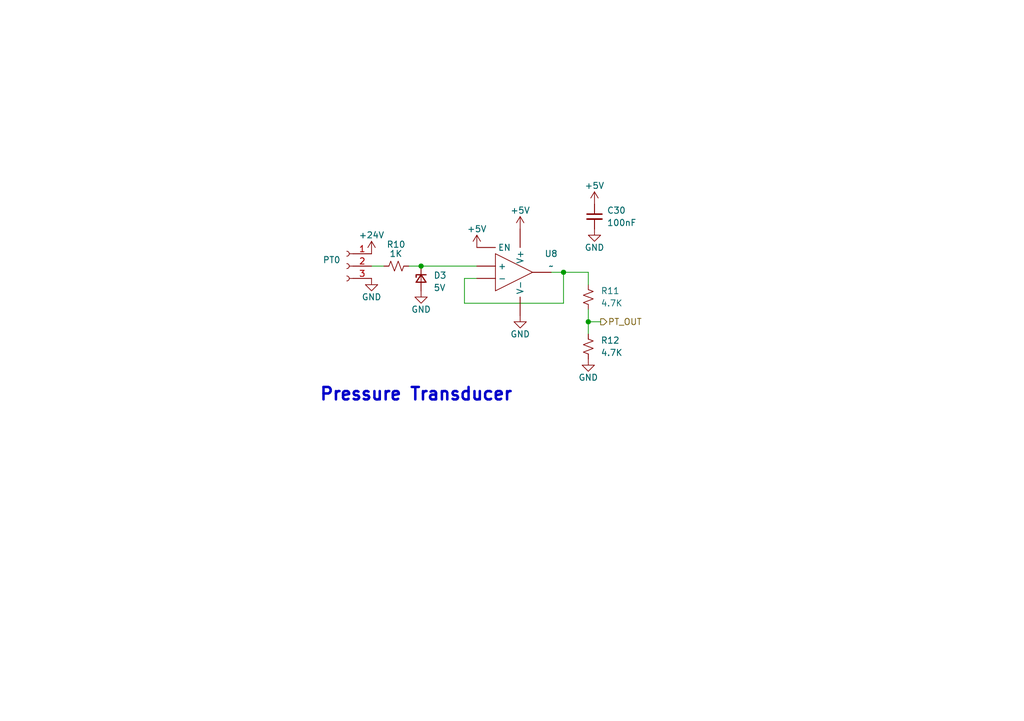
<source format=kicad_sch>
(kicad_sch (version 20230121) (generator eeschema)
  (paper "A5")
  (lib_symbols
    (symbol "UCIRP-KiCAD-Lib:C_Small" (pin_numbers hide) (pin_names (offset 0.254) hide)
      (property "Reference" "C" (at 0.254 1.778 0))
      (property "Value" "C_Small" (at 0.254 -2.032 0))
      (symbol "C_Small_0_1"
        (polyline (pts (xy -1.524 -0.508) (xy 1.524 -0.508)) (stroke (width 0.3302)))
        (polyline (pts (xy -1.524 0.508) (xy 1.524 0.508)) (stroke (width 0.3048)))
      )
      (symbol "C_Small_1_1"
        (pin passive line (at 0 2.54 270) (length 2.032) (name "~") (number "1"))
        (pin passive line (at 0 -2.54 90) (length 2.032) (name "~") (number "2"))
      )
    )
    (symbol "UCIRP-KiCAD-Lib:Conn_01x03_Female" (pin_names (offset 1.016) hide)
      (property "Reference" "J" (at 0 5.08 0))
      (property "Value" "Conn_01x03_Female" (at 0 -5.08 0))
      (symbol "Conn_01x03_Female_1_1"
        (arc (start 0 -2.032) (mid -0.5058 -2.54) (end 0 -3.048) (stroke (width 0.1524)))
        (polyline (pts (xy -1.27 -2.54) (xy -0.508 -2.54)) (stroke (width 0.1524)))
        (polyline (pts (xy -1.27 0) (xy -0.508 0)) (stroke (width 0.1524)))
        (polyline (pts (xy -1.27 2.54) (xy -0.508 2.54)) (stroke (width 0.1524)))
        (arc (start 0 0.508) (mid -0.5058 0) (end 0 -0.508) (stroke (width 0.1524)))
        (arc (start 0 3.048) (mid -0.5058 2.54) (end 0 2.032) (stroke (width 0.1524)))
        (pin passive line (at -5.08 2.54 0) (length 3.81) (name "Pin_1") (number "1"))
        (pin passive line (at -5.08 0 0) (length 3.81) (name "Pin_2") (number "2"))
        (pin passive line (at -5.08 -2.54 0) (length 3.81) (name "Pin_3") (number "3"))
      )
    )
    (symbol "UCIRP-KiCAD-Lib:D_Zener_Small" (pin_numbers hide) (pin_names (offset 0.254) hide)
      (property "Reference" "D" (at 0 2.286 0))
      (property "Value" "D_Zener_Small" (at 0 -2.286 0))
      (symbol "D_Zener_Small_0_1"
        (polyline (pts (xy 0.762 0) (xy -0.762 0)))
        (polyline (pts (xy -0.254 1.016) (xy -0.762 1.016) (xy -0.762 -1.016)) (stroke (width 0.254)))
        (polyline (pts (xy 0.762 1.016) (xy -0.762 0) (xy 0.762 -1.016) (xy 0.762 1.016)) (stroke (width 0.254)))
      )
      (symbol "D_Zener_Small_1_1"
        (pin passive line (at -2.54 0 0) (length 1.778) (name "K") (number "1"))
        (pin passive line (at 2.54 0 180) (length 1.778) (name "A") (number "2"))
      )
    )
    (symbol "UCIRP-KiCAD-Lib:OPA357" (pin_numbers hide)
      (property "Reference" "U" (at 8.89 7.62 0))
      (property "Value" "OPA357" (at 8.89 5.08 0))
      (symbol "OPA357_0_1"
        (polyline (pts (xy -2.54 3.81) (xy -2.54 -3.81) (xy 5.08 0) (xy -2.54 3.81)) (stroke (width 0.1524)))
      )
      (symbol "OPA357_1_1"
        (pin output line (at 8.89 0 180) (length 3.81) (name "") (number "1"))
        (pin power_in line (at 2.54 -8.89 90) (length 3.81) (name "V-") (number "2"))
        (pin input line (at -6.35 1.27 0) (length 3.81) (name "+") (number "3"))
        (pin input line (at -6.35 -1.27 0) (length 3.81) (name "-") (number "4"))
        (pin input line (at -6.35 5.08 0) (length 3.81) (name "EN") (number "5"))
        (pin power_in line (at 2.54 8.89 270) (length 3.81) (name "V+") (number "6"))
      )
    )
    (symbol "UCIRP-KiCAD-Lib:R_Small_US" (pin_numbers hide) (pin_names (offset 0.254) hide)
      (property "Reference" "R" (at 0.762 0.508 0))
      (property "Value" "R_Small_US" (at 0.762 -1.016 0))
      (symbol "R_Small_US_1_1"
        (polyline (pts (xy 0 0) (xy 1.016 -0.381) (xy 0 -0.762) (xy -1.016 -1.143) (xy 0 -1.524)))
        (polyline (pts (xy 0 1.524) (xy 1.016 1.143) (xy 0 0.762) (xy -1.016 0.381) (xy 0 0)))
        (pin passive line (at 0 2.54 270) (length 1.016) (name "~") (number "1"))
        (pin passive line (at 0 -2.54 90) (length 1.016) (name "~") (number "2"))
      )
    )
    (symbol "power:+24V" (power) (pin_names (offset 0))
      (property "Value" "+24V" (at 0 3.556 0))
      (symbol "+24V_0_1"
        (polyline (pts (xy -0.762 1.27) (xy 0 2.54)))
        (polyline (pts (xy 0 0) (xy 0 2.54)))
        (polyline (pts (xy 0 2.54) (xy 0.762 1.27)))
      )
      (symbol "+24V_1_1"
        (pin power_in line (at 0 0 90) (length 0) hide (name "+24V") (number "1"))
      )
    )
    (symbol "power:+5V" (power) (pin_names (offset 0))
      (property "Value" "+5V" (at 0 3.556 0))
      (symbol "+5V_0_1"
        (polyline (pts (xy -0.762 1.27) (xy 0 2.54)))
        (polyline (pts (xy 0 0) (xy 0 2.54)))
        (polyline (pts (xy 0 2.54) (xy 0.762 1.27)))
      )
      (symbol "+5V_1_1"
        (pin power_in line (at 0 0 90) (length 0) hide (name "+5V") (number "1"))
      )
    )
    (symbol "power:GND" (power) (pin_names (offset 0))
      (property "Value" "GND" (at 0 -3.81 0))
      (symbol "GND_0_1"
        (polyline (pts (xy 0 0) (xy 0 -1.27) (xy 1.27 -1.27) (xy 0 -2.54) (xy -1.27 -1.27) (xy 0 -1.27)))
      )
      (symbol "GND_1_1"
        (pin power_in line (at 0 0 270) (length 0) hide (name "GND") (number "1"))
      )
    )
  )
  (junction (at 115.57 55.88))
  (junction (at 120.65 66.04))
  (junction (at 86.36 54.61))
  (wire (pts (xy 97.79 57.15) (xy 95.25 57.15)))
  (wire (pts (xy 76.2 54.61) (xy 78.74 54.61)))
  (wire (pts (xy 95.25 57.15) (xy 95.25 62.23)))
  (wire (pts (xy 83.82 54.61) (xy 86.36 54.61)))
  (wire (pts (xy 120.65 66.04) (xy 120.65 68.58)))
  (wire (pts (xy 120.65 63.5) (xy 120.65 66.04)))
  (wire (pts (xy 120.65 66.04) (xy 123.19 66.04)))
  (wire (pts (xy 95.25 62.23) (xy 115.57 62.23)))
  (wire (pts (xy 120.65 55.88) (xy 120.65 58.42)))
  (wire (pts (xy 115.57 55.88) (xy 120.65 55.88)))
  (wire (pts (xy 115.57 55.88) (xy 113.03 55.88)))
  (wire (pts (xy 86.36 54.61) (xy 97.79 54.61)))
  (wire (pts (xy 115.57 62.23) (xy 115.57 55.88)))
  (text "Pressure Transducer" (at 65.405 82.55 0) (effects (font (size 2.55 2.55) (thickness 0.51) bold) (justify left bottom)))
  (hierarchical_label "PT_OUT" (shape output) (at 123.19 66.04 0))
  (symbol (lib_id "power:GND") (at 76.2 57.15 0) (unit 1)
    (property "Reference" "#PWR098" (effects hide))
    (property "Value" "GND" (at 76.2 60.96 0))
    (instances (project "ECU_2.0_Proto1" (path "" (reference "#PWR098") (unit 1))) (project "ECU" (path "" (reference "#PWR098") (unit 1))) (project "PT_reading" (path "" (reference "#PWR026") (unit 1))) (project "rocket2-gse" (path "" (reference "#PWR049") (unit 1))) (project "ECU_1.0_Final" (path "" (reference "#PWR042") (unit 1))) (project "rocket2-gse-hardware" (path "" (reference "#PWR0130") (unit 1)) (path "" (reference "#PWR0139") (unit 1)) (path "" (reference "#PWR0121") (unit 1)) (path "" (reference "#PWR0112") (unit 1)) (path "" (reference "#PWR082") (unit 1))))
  )
  (symbol (lib_id "UCIRP-KiCAD-Lib:Conn_01x03_Female") (at 71.12 54.61 0) (mirror y) (unit 1)
    (property "Reference" "PT0" (at 69.85 53.34 0) (effects (justify left)))
    (property "Value" "Pressure Transducer 1" (effects hide))
    (property "Footprint" "TerminalBlock:TerminalBlock_bornier-3_P5.08mm" (effects hide))
    (property "Manufacturer" "Generic" (effects hide))
    (property "Part #" "Generic 3x5.08 Screw Terminal" (effects hide))
    (instances (project "ECU_2.0_Proto1" (path "" (reference "PT0") (unit 1))) (project "ECU" (path "" (reference "J16") (unit 1))) (project "PT_reading" (path "" (reference "PT1") (unit 1))) (project "rocket2-gse" (path "" (reference "PT1") (unit 1))) (project "ECU_1.0_Final" (path "" (reference "PT1") (unit 1))) (project "rocket2-gse-hardware" (path "" (reference "PT2") (unit 1)) (path "" (reference "PT3") (unit 1)) (path "" (reference "PT0") (unit 1)) (path "" (reference "PT1") (unit 1)) (path "" (reference "PT4") (unit 1))))
  )
  (symbol (lib_id "UCIRP-KiCAD-Lib:R_Small_US") (at 81.28 54.61 90) (unit 1)
    (property "Reference" "R10" (at 83.185 50.165 90) (effects (justify left)))
    (property "Value" "1K" (at 82.55 52.07 90) (effects (justify left)))
    (property "Footprint" "Resistor_SMD:R_0402_1005Metric" (effects hide))
    (property "Manufacturer" "Generic" (effects hide))
    (property "Part #" "Generic 1K 0402 Resistor" (effects hide))
    (instances (project "ECU_2.0_Proto1" (path "" (reference "R10") (unit 1))) (project "ECU" (path "" (reference "R16") (unit 1))) (project "PT_reading" (path "" (reference "R18") (unit 1))) (project "rocket2-gse" (path "" (reference "R10") (unit 1))) (project "ECU_1.0_Final" (path "" (reference "R10") (unit 1))) (project "rocket2-gse-hardware" (path "" (reference "R44") (unit 1)) (path "" (reference "R47") (unit 1)) (path "" (reference "R38") (unit 1)) (path "" (reference "R41") (unit 1)) (path "" (reference "R50") (unit 1))))
  )
  (symbol (lib_id "power:+24V") (at 76.2 52.07 0) (unit 1)
    (property "Reference" "#PWR097" (effects hide))
    (property "Value" "+24V" (at 76.2 48.26 0))
    (instances (project "ECU_2.0_Proto1" (path "" (reference "#PWR097") (unit 1))) (project "ECU" (path "" (reference "#PWR097") (unit 1))) (project "PT_reading" (path "" (reference "#PWR025") (unit 1))) (project "rocket2-gse" (path "" (reference "#PWR048") (unit 1))) (project "ECU_1.0_Final" (path "" (reference "#PWR041") (unit 1))) (project "rocket2-gse-hardware" (path "" (reference "#PWR0129") (unit 1)) (path "" (reference "#PWR0138") (unit 1)) (path "" (reference "#PWR0120") (unit 1)) (path "" (reference "#PWR0111") (unit 1)) (path "" (reference "#PWR081") (unit 1))))
  )
  (symbol (lib_id "UCIRP-KiCAD-Lib:R_Small_US") (at 120.65 60.96 0) (unit 1)
    (property "Reference" "R11" (at 123.19 59.69 0) (effects (justify left)))
    (property "Value" "4.7K" (at 123.19 62.23 0) (effects (justify left)))
    (property "Footprint" "Resistor_SMD:R_0402_1005Metric" (effects hide))
    (property "Manufacturer" "Generic" (effects hide))
    (property "Part #" "Generic 4.7K 0402 Resistor" (effects hide))
    (instances (project "ECU_2.0_Proto1" (path "" (reference "R11") (unit 1))) (project "ECU" (path "" (reference "R15") (unit 1))) (project "PT_reading" (path "" (reference "R4") (unit 1))) (project "rocket2-gse" (path "" (reference "R15") (unit 1))) (project "ECU_1.0_Final" (path "" (reference "R11") (unit 1))) (project "rocket2-gse-hardware" (path "" (reference "R45") (unit 1)) (path "" (reference "R48") (unit 1)) (path "" (reference "R39") (unit 1)) (path "" (reference "R42") (unit 1)) (path "" (reference "R51") (unit 1))))
  )
  (symbol (lib_id "UCIRP-KiCAD-Lib:C_Small") (at 121.92 44.45 0) (unit 1)
    (property "Reference" "C30" (at 124.46 43.18 0) (effects (justify left)))
    (property "Value" "100nF" (at 124.46 45.72 0) (effects (justify left)))
    (property "Footprint" "Capacitor_SMD:C_0402_1005Metric" (effects hide))
    (property "Manufacturer" "Generic" (effects hide))
    (property "Part #" "Generic 100nF 0402 Capacitor" (effects hide))
    (instances (project "ECU_2.0_Proto1" (path "" (reference "C30") (unit 1))) (project "ECU" (path "" (reference "C15") (unit 1))) (project "PT_reading" (path "" (reference "C11") (unit 1))) (project "rocket2-gse" (path "" (reference "C10") (unit 1))) (project "ECU_1.0_Final" (path "" (reference "C16") (unit 1))) (project "rocket2-gse-hardware" (path "" (reference "C21") (unit 1)) (path "" (reference "C22") (unit 1)) (path "" (reference "C19") (unit 1)) (path "" (reference "C20") (unit 1)) (path "" (reference "C23") (unit 1))))
  )
  (symbol (lib_id "power:+5V") (at 121.92 41.91 0) (unit 1)
    (property "Reference" "#PWR0121" (effects hide))
    (property "Value" "+5V" (at 121.92 38.1 0))
    (instances (project "ECU_2.0_Proto1" (path "" (reference "#PWR0121") (unit 1))) (project "ECU" (path "" (reference "#PWR0109") (unit 1))) (project "PT_reading" (path "" (reference "#PWR031") (unit 1))) (project "rocket2-gse" (path "" (reference "#PWR069") (unit 1))) (project "ECU_1.0_Final" (path "" (reference "#PWR070") (unit 1))) (project "rocket2-gse-hardware" (path "" (reference "#PWR0136") (unit 1)) (path "" (reference "#PWR0145") (unit 1)) (path "" (reference "#PWR0127") (unit 1)) (path "" (reference "#PWR0118") (unit 1)) (path "" (reference "#PWR088") (unit 1))))
  )
  (symbol (lib_id "power:GND") (at 120.65 73.66 0) (unit 1)
    (property "Reference" "#PWR0118" (effects hide))
    (property "Value" "GND" (at 120.65 77.47 0))
    (instances (project "ECU_2.0_Proto1" (path "" (reference "#PWR0118") (unit 1))) (project "ECU" (path "" (reference "#PWR0107") (unit 1))) (project "PT_reading" (path "" (reference "#PWR030") (unit 1))) (project "rocket2-gse" (path "" (reference "#PWR068") (unit 1))) (project "ECU_1.0_Final" (path "" (reference "#PWR069") (unit 1))) (project "rocket2-gse-hardware" (path "" (reference "#PWR0135") (unit 1)) (path "" (reference "#PWR0144") (unit 1)) (path "" (reference "#PWR0126") (unit 1)) (path "" (reference "#PWR0117") (unit 1)) (path "" (reference "#PWR087") (unit 1))))
  )
  (symbol (lib_id "power:GND") (at 86.36 59.69 0) (unit 1)
    (property "Reference" "#PWR0103" (effects hide))
    (property "Value" "GND" (at 86.36 63.5 0))
    (instances (project "ECU_2.0_Proto1" (path "" (reference "#PWR0103") (unit 1))) (project "ECU" (path "" (reference "#PWR098") (unit 1))) (project "PT_reading" (path "" (reference "#PWR069") (unit 1))) (project "rocket2-gse" (path "" (reference "#PWR056") (unit 1))) (project "ECU_1.0_Final" (path "" (reference "#PWR065") (unit 1))) (project "rocket2-gse-hardware" (path "" (reference "#PWR0131") (unit 1)) (path "" (reference "#PWR0140") (unit 1)) (path "" (reference "#PWR0122") (unit 1)) (path "" (reference "#PWR0113") (unit 1)) (path "" (reference "#PWR083") (unit 1))))
  )
  (symbol (lib_id "power:+5V") (at 97.79 50.8 0) (unit 1)
    (property "Reference" "#PWR0108" (effects hide))
    (property "Value" "+5V" (at 97.79 46.99 0))
    (instances (project "ECU_2.0_Proto1" (path "" (reference "#PWR0108") (unit 1))) (project "ECU" (path "" (reference "#PWR0101") (unit 1))) (project "PT_reading" (path "" (reference "#PWR027") (unit 1))) (project "rocket2-gse" (path "" (reference "#PWR059") (unit 1))) (project "ECU_1.0_Final" (path "" (reference "#PWR066") (unit 1))) (project "rocket2-gse-hardware" (path "" (reference "#PWR0132") (unit 1)) (path "" (reference "#PWR0141") (unit 1)) (path "" (reference "#PWR0123") (unit 1)) (path "" (reference "#PWR0114") (unit 1)) (path "" (reference "#PWR084") (unit 1))))
  )
  (symbol (lib_id "power:GND") (at 121.92 46.99 0) (unit 1)
    (property "Reference" "#PWR0122" (effects hide))
    (property "Value" "GND" (at 121.92 50.8 0))
    (instances (project "ECU_2.0_Proto1" (path "" (reference "#PWR0122") (unit 1))) (project "ECU" (path "" (reference "#PWR0110") (unit 1))) (project "PT_reading" (path "" (reference "#PWR032") (unit 1))) (project "rocket2-gse" (path "" (reference "#PWR070") (unit 1))) (project "ECU_1.0_Final" (path "" (reference "#PWR071") (unit 1))) (project "rocket2-gse-hardware" (path "" (reference "#PWR0137") (unit 1)) (path "" (reference "#PWR0146") (unit 1)) (path "" (reference "#PWR0128") (unit 1)) (path "" (reference "#PWR0119") (unit 1)) (path "" (reference "#PWR089") (unit 1))))
  )
  (symbol (lib_id "power:+5V") (at 106.68 46.99 0) (unit 1)
    (property "Reference" "#PWR0113" (effects hide))
    (property "Value" "+5V" (at 106.68 43.18 0))
    (instances (project "ECU_2.0_Proto1" (path "" (reference "#PWR0113") (unit 1))) (project "ECU" (path "" (reference "#PWR0103") (unit 1))) (project "PT_reading" (path "" (reference "#PWR028") (unit 1))) (project "rocket2-gse" (path "" (reference "#PWR062") (unit 1))) (project "ECU_1.0_Final" (path "" (reference "#PWR067") (unit 1))) (project "rocket2-gse-hardware" (path "" (reference "#PWR0133") (unit 1)) (path "" (reference "#PWR0142") (unit 1)) (path "" (reference "#PWR0124") (unit 1)) (path "" (reference "#PWR0115") (unit 1)) (path "" (reference "#PWR085") (unit 1))))
  )
  (symbol (lib_id "UCIRP-KiCAD-Lib:OPA357") (at 104.14 55.88 0) (unit 1)
    (property "Reference" "U8" (at 113.03 52.07 0))
    (property "Value" "~" (at 113.03 54.61 0))
    (property "Footprint" "Package_TO_SOT_SMD:SOT-23-6" (effects hide))
    (property "Datasheet" "https://rocelec.widen.net/view/pdf/tqd35j5qps/opa2357.pdf?t.download=true&u=5oefqw" (effects hide))
    (property "Manufacturer" "TI" (effects hide))
    (property "Part #" "OPA357AIDBVT" (effects hide))
    (instances (project "ECU_2.0_Proto1" (path "" (reference "U8") (unit 1))) (project "ECU" (path "" (reference "U12") (unit 1))) (project "PT_reading" (path "" (reference "U3") (unit 1))) (project "rocket2-gse" (path "" (reference "U3") (unit 1))) (project "ECU_1.0_Final" (path "" (reference "U6") (unit 1))) (project "rocket2-gse-hardware" (path "" (reference "U13") (unit 1)) (path "" (reference "U14") (unit 1)) (path "" (reference "U11") (unit 1)) (path "" (reference "U12") (unit 1)) (path "" (reference "U15") (unit 1))))
  )
  (symbol (lib_id "power:GND") (at 106.68 64.77 0) (unit 1)
    (property "Reference" "#PWR0114" (effects hide))
    (property "Value" "GND" (at 106.68 68.58 0))
    (instances (project "ECU_2.0_Proto1" (path "" (reference "#PWR0114") (unit 1))) (project "ECU" (path "" (reference "#PWR0104") (unit 1))) (project "PT_reading" (path "" (reference "#PWR029") (unit 1))) (project "rocket2-gse" (path "" (reference "#PWR063") (unit 1))) (project "ECU_1.0_Final" (path "" (reference "#PWR068") (unit 1))) (project "rocket2-gse-hardware" (path "" (reference "#PWR0134") (unit 1)) (path "" (reference "#PWR0143") (unit 1)) (path "" (reference "#PWR0125") (unit 1)) (path "" (reference "#PWR0116") (unit 1)) (path "" (reference "#PWR086") (unit 1))))
  )
  (symbol (lib_id "UCIRP-KiCAD-Lib:D_Zener_Small") (at 86.36 57.15 90) (mirror x) (unit 1)
    (property "Reference" "D3" (at 88.9 56.515 90) (effects (justify right)))
    (property "Value" "5V" (at 88.9 59.055 90) (effects (justify right)))
    (property "Footprint" "Diode_SMD:D_MiniMELF" (effects hide))
    (property "Datasheet" "https://assets.nexperia.com/documents/data-sheet/BZV55_SER.pdf" (effects hide))
    (property "Manufacturer" "Nexperia USA Inc." (effects hide))
    (property "Part #" "BZV55-B5V1,115" (effects hide))
    (instances (project "ECU_2.0_Proto1" (path "" (reference "D3") (unit 1))) (project "PT_reading" (path "" (reference "D6") (unit 1))) (project "rocket2-gse" (path "" (reference "D7") (unit 1))) (project "ECU_1.0_Final" (path "" (reference "D4") (unit 1))) (project "rocket2-gse-hardware" (path "" (reference "D21") (unit 1)) (path "" (reference "D22") (unit 1)) (path "" (reference "D19") (unit 1)) (path "" (reference "D20") (unit 1)) (path "" (reference "D23") (unit 1))))
  )
  (symbol (lib_id "UCIRP-KiCAD-Lib:R_Small_US") (at 120.65 71.12 0) (unit 1)
    (property "Reference" "R12" (at 123.19 69.85 0) (effects (justify left)))
    (property "Value" "4.7K" (at 123.19 72.39 0) (effects (justify left)))
    (property "Footprint" "Resistor_SMD:R_0402_1005Metric" (effects hide))
    (property "Manufacturer" "Generic" (effects hide))
    (property "Part #" "Generic 4.7K 0402 Resistor" (effects hide))
    (instances (project "ECU_2.0_Proto1" (path "" (reference "R12") (unit 1))) (project "ECU" (path "" (reference "R16") (unit 1))) (project "PT_reading" (path "" (reference "R5") (unit 1))) (project "rocket2-gse" (path "" (reference "R16") (unit 1))) (project "ECU_1.0_Final" (path "" (reference "R12") (unit 1))) (project "rocket2-gse-hardware" (path "" (reference "R46") (unit 1)) (path "" (reference "R49") (unit 1)) (path "" (reference "R40") (unit 1)) (path "" (reference "R43") (unit 1)) (path "" (reference "R52") (unit 1))))
  )
)
</source>
